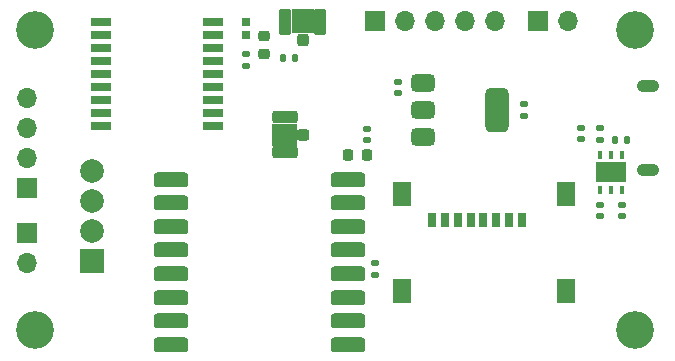
<source format=gbr>
%TF.GenerationSoftware,KiCad,Pcbnew,8.0.6*%
%TF.CreationDate,2025-01-17T09:04:30-05:00*%
%TF.ProjectId,Vanguard_V2,56616e67-7561-4726-945f-56322e6b6963,rev?*%
%TF.SameCoordinates,Original*%
%TF.FileFunction,Soldermask,Bot*%
%TF.FilePolarity,Negative*%
%FSLAX46Y46*%
G04 Gerber Fmt 4.6, Leading zero omitted, Abs format (unit mm)*
G04 Created by KiCad (PCBNEW 8.0.6) date 2025-01-17 09:04:30*
%MOMM*%
%LPD*%
G01*
G04 APERTURE LIST*
G04 Aperture macros list*
%AMRoundRect*
0 Rectangle with rounded corners*
0 $1 Rounding radius*
0 $2 $3 $4 $5 $6 $7 $8 $9 X,Y pos of 4 corners*
0 Add a 4 corners polygon primitive as box body*
4,1,4,$2,$3,$4,$5,$6,$7,$8,$9,$2,$3,0*
0 Add four circle primitives for the rounded corners*
1,1,$1+$1,$2,$3*
1,1,$1+$1,$4,$5*
1,1,$1+$1,$6,$7*
1,1,$1+$1,$8,$9*
0 Add four rect primitives between the rounded corners*
20,1,$1+$1,$2,$3,$4,$5,0*
20,1,$1+$1,$4,$5,$6,$7,0*
20,1,$1+$1,$6,$7,$8,$9,0*
20,1,$1+$1,$8,$9,$2,$3,0*%
G04 Aperture macros list end*
%ADD10RoundRect,0.140000X-0.170000X0.140000X-0.170000X-0.140000X0.170000X-0.140000X0.170000X0.140000X0*%
%ADD11R,1.700000X1.700000*%
%ADD12O,1.700000X1.700000*%
%ADD13C,3.200000*%
%ADD14O,1.900000X1.050000*%
%ADD15R,2.000000X2.000000*%
%ADD16C,2.000000*%
%ADD17RoundRect,0.140000X-0.140000X-0.170000X0.140000X-0.170000X0.140000X0.170000X-0.140000X0.170000X0*%
%ADD18RoundRect,0.135000X-0.185000X0.135000X-0.185000X-0.135000X0.185000X-0.135000X0.185000X0.135000X0*%
%ADD19RoundRect,0.140000X0.170000X-0.140000X0.170000X0.140000X-0.170000X0.140000X-0.170000X-0.140000X0*%
%ADD20R,0.650000X0.700000*%
%ADD21RoundRect,0.375000X-0.625000X-0.375000X0.625000X-0.375000X0.625000X0.375000X-0.625000X0.375000X0*%
%ADD22RoundRect,0.500000X-0.500000X-1.400000X0.500000X-1.400000X0.500000X1.400000X-0.500000X1.400000X0*%
%ADD23RoundRect,0.317500X-1.157500X-0.317500X1.157500X-0.317500X1.157500X0.317500X-1.157500X0.317500X0*%
%ADD24R,0.400000X0.800000*%
%ADD25R,2.500000X1.750000*%
%ADD26RoundRect,0.250000X0.250000X-0.275000X0.250000X0.275000X-0.250000X0.275000X-0.250000X-0.275000X0*%
%ADD27RoundRect,0.250000X0.275000X-0.850000X0.275000X0.850000X-0.275000X0.850000X-0.275000X-0.850000X0*%
%ADD28R,1.800000X0.700000*%
%ADD29R,1.800000X0.800000*%
%ADD30RoundRect,0.225000X-0.225000X-0.250000X0.225000X-0.250000X0.225000X0.250000X-0.225000X0.250000X0*%
%ADD31RoundRect,0.250000X0.275000X0.250000X-0.275000X0.250000X-0.275000X-0.250000X0.275000X-0.250000X0*%
%ADD32RoundRect,0.250000X0.850000X0.275000X-0.850000X0.275000X-0.850000X-0.275000X0.850000X-0.275000X0*%
%ADD33RoundRect,0.147500X-0.172500X0.147500X-0.172500X-0.147500X0.172500X-0.147500X0.172500X0.147500X0*%
%ADD34R,1.500000X2.000000*%
%ADD35R,0.800000X1.200000*%
%ADD36RoundRect,0.225000X-0.250000X0.225000X-0.250000X-0.225000X0.250000X-0.225000X0.250000X0.225000X0*%
G04 APERTURE END LIST*
%TO.C,J7*%
G36*
X123622000Y-75318000D02*
G01*
X121742000Y-75318000D01*
X121742000Y-73228000D01*
X123622000Y-73228000D01*
X123622000Y-75318000D01*
G37*
%TO.C,J9*%
G36*
X122190000Y-82960000D02*
G01*
X120100000Y-82960000D01*
X120100000Y-84840000D01*
X122190000Y-84840000D01*
X122190000Y-82960000D01*
G37*
%TD*%
D10*
%TO.C,C7*%
X130700000Y-79420000D03*
X130700000Y-80380000D03*
%TD*%
D11*
%TO.C,J1*%
X99314000Y-92197000D03*
D12*
X99314000Y-94737000D03*
%TD*%
D11*
%TO.C,J5*%
X142616000Y-74295000D03*
D12*
X145156000Y-74295000D03*
%TD*%
D13*
%TO.C,H1*%
X100000000Y-75000000D03*
%TD*%
%TO.C,H4*%
X150800000Y-100400000D03*
%TD*%
D14*
%TO.C,J8*%
X151892000Y-86906000D03*
X151892000Y-79756000D03*
%TD*%
D11*
%TO.C,J2*%
X128778000Y-74295000D03*
D12*
X131318000Y-74295000D03*
X133858000Y-74295000D03*
X136398000Y-74295000D03*
X138938000Y-74295000D03*
%TD*%
D11*
%TO.C,J4*%
X99314000Y-88392000D03*
D12*
X99314000Y-85852000D03*
X99314000Y-83312000D03*
X99314000Y-80772000D03*
%TD*%
D13*
%TO.C,H2*%
X150800000Y-75000000D03*
%TD*%
D15*
%TO.C,J6*%
X104800000Y-94620000D03*
D16*
X104800000Y-92080000D03*
X104800000Y-89540000D03*
X104800000Y-87000000D03*
%TD*%
D13*
%TO.C,H3*%
X100000000Y-100400000D03*
%TD*%
D17*
%TO.C,C23*%
X121020000Y-77400000D03*
X121980000Y-77400000D03*
%TD*%
D18*
%TO.C,R3*%
X147828000Y-83310000D03*
X147828000Y-84330000D03*
%TD*%
D19*
%TO.C,C32*%
X128100000Y-84380000D03*
X128100000Y-83420000D03*
%TD*%
%TO.C,C31*%
X128800000Y-95760000D03*
X128800000Y-94800000D03*
%TD*%
D20*
%TO.C,D3*%
X117856000Y-74380000D03*
X117856000Y-75480000D03*
%TD*%
D21*
%TO.C,U2*%
X132850000Y-84100000D03*
X132850000Y-81800000D03*
D22*
X139150000Y-81800000D03*
D21*
X132850000Y-79500000D03*
%TD*%
D23*
%TO.C,U6*%
X111474000Y-101700000D03*
X111474000Y-99700000D03*
X111474000Y-97700000D03*
X111474000Y-95700000D03*
X111474000Y-93700000D03*
X111474000Y-91700000D03*
X111474000Y-89700000D03*
X111474000Y-87700000D03*
X126524000Y-87700000D03*
X126524000Y-89700000D03*
X126524000Y-91700000D03*
X126524000Y-93700000D03*
X126524000Y-95700000D03*
X126524000Y-97700000D03*
X126524000Y-99700000D03*
X126524000Y-101700000D03*
%TD*%
D24*
%TO.C,IC1*%
X147828000Y-85598000D03*
X148778000Y-85598000D03*
X149728000Y-85598000D03*
X149728000Y-88598000D03*
X148778000Y-88598000D03*
X147828000Y-88598000D03*
D25*
X148778000Y-87098000D03*
%TD*%
D19*
%TO.C,C8*%
X141400000Y-82280000D03*
X141400000Y-81320000D03*
%TD*%
D10*
%TO.C,C16*%
X149733000Y-89817000D03*
X149733000Y-90777000D03*
%TD*%
D17*
%TO.C,C15*%
X149126000Y-84328000D03*
X150086000Y-84328000D03*
%TD*%
D26*
%TO.C,J7*%
X122682000Y-75853000D03*
D27*
X121207000Y-74328000D03*
X124157000Y-74328000D03*
%TD*%
D10*
%TO.C,C17*%
X147828000Y-89817000D03*
X147828000Y-90777000D03*
%TD*%
D28*
%TO.C,IC2*%
X105613000Y-83140000D03*
D29*
X105613000Y-82040000D03*
X105613000Y-80940000D03*
X105613000Y-79840000D03*
X105613000Y-78740000D03*
X105613000Y-77640000D03*
X105613000Y-76540000D03*
X105613000Y-75440000D03*
D28*
X105613000Y-74340000D03*
X115113000Y-74340000D03*
D29*
X115113000Y-75440000D03*
X115113000Y-76540000D03*
X115113000Y-77640000D03*
X115113000Y-78740000D03*
X115113000Y-79840000D03*
X115113000Y-80940000D03*
X115113000Y-82040000D03*
D28*
X115113000Y-83140000D03*
%TD*%
D30*
%TO.C,FB3*%
X126525000Y-85600000D03*
X128075000Y-85600000D03*
%TD*%
D31*
%TO.C,J9*%
X122725000Y-83900000D03*
D32*
X121200000Y-85375000D03*
X121200000Y-82425000D03*
%TD*%
D33*
%TO.C,D2*%
X146200000Y-83335000D03*
X146200000Y-84305000D03*
%TD*%
D34*
%TO.C,J3*%
X131104000Y-88900000D03*
X144994000Y-88900000D03*
X144994000Y-97100000D03*
X131104000Y-97100000D03*
D35*
X141274000Y-91100000D03*
X140174000Y-91100000D03*
X139074000Y-91100000D03*
X137974000Y-91100000D03*
X136874000Y-91100000D03*
X135774000Y-91100000D03*
X134674000Y-91100000D03*
X133574000Y-91100000D03*
%TD*%
D36*
%TO.C,FB2*%
X119380000Y-75552000D03*
X119380000Y-77102000D03*
%TD*%
D18*
%TO.C,R11*%
X117856000Y-77087000D03*
X117856000Y-78107000D03*
%TD*%
M02*

</source>
